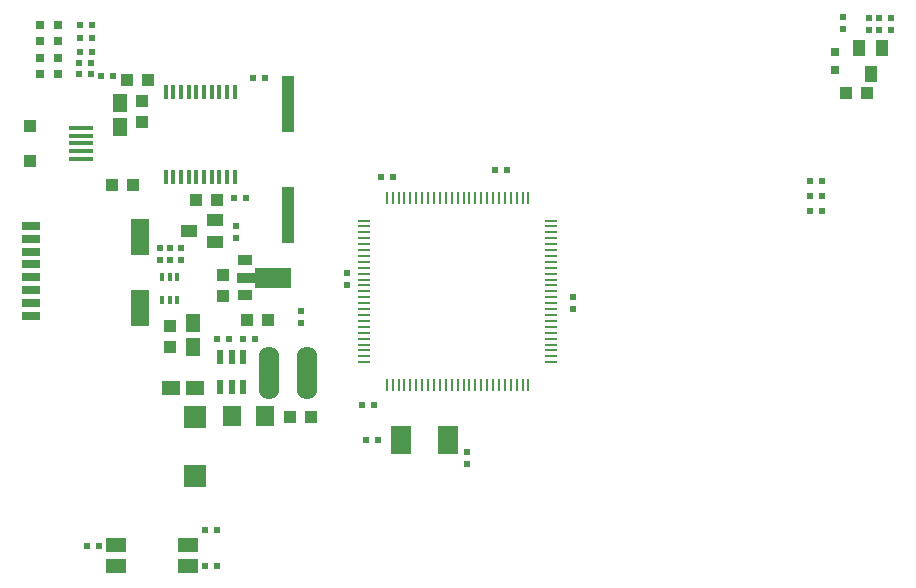
<source format=gbr>
G04 #@! TF.GenerationSoftware,KiCad,Pcbnew,5.1.0-unknown-9bfce26~82~ubuntu18.04.1*
G04 #@! TF.CreationDate,2019-03-14T11:14:55+02:00*
G04 #@! TF.ProjectId,OLIMEXINO-2560_Rev_B,4f4c494d-4558-4494-9e4f-2d323536305f,rev?*
G04 #@! TF.SameCoordinates,Original*
G04 #@! TF.FileFunction,Paste,Top*
G04 #@! TF.FilePolarity,Positive*
%FSLAX46Y46*%
G04 Gerber Fmt 4.6, Leading zero omitted, Abs format (unit mm)*
G04 Created by KiCad (PCBNEW 5.1.0-unknown-9bfce26~82~ubuntu18.04.1) date 2019-03-14 11:14:55*
%MOMM*%
%LPD*%
G04 APERTURE LIST*
%ADD10R,3.114000X1.722000*%
%ADD11R,1.289000X0.889000*%
%ADD12R,1.490900X0.889000*%
%ADD13R,0.980000X0.230000*%
%ADD14R,0.230000X0.980000*%
%ADD15R,2.139000X0.389000*%
%ADD16R,0.989000X1.089000*%
%ADD17R,0.789000X0.789000*%
%ADD18R,0.539000X0.489000*%
%ADD19R,0.489000X0.539000*%
%ADD20O,1.739000X4.489000*%
%ADD21R,1.005000X1.005000*%
%ADD22R,1.778000X1.270000*%
%ADD23R,1.513000X1.767000*%
%ADD24R,0.589000X0.589000*%
%ADD25R,1.989000X1.889000*%
%ADD26R,1.259000X1.513000*%
%ADD27R,1.513000X1.259000*%
%ADD28R,0.989000X1.389000*%
%ADD29R,1.389000X0.989000*%
%ADD30R,1.489000X3.089000*%
%ADD31R,1.489000X0.789000*%
%ADD32R,1.787320X2.386760*%
%ADD33R,0.539000X1.189000*%
%ADD34R,0.314000X1.259000*%
%ADD35R,1.089000X4.815000*%
%ADD36R,0.319000X0.789000*%
G04 APERTURE END LIST*
D10*
X45759000Y-67881500D03*
D11*
X43371500Y-69381500D03*
D12*
X43471500Y-67881500D03*
D11*
X43371500Y-66381500D03*
D13*
X53463600Y-63037800D03*
X53463600Y-63537800D03*
X53463600Y-64037800D03*
X53463600Y-64537800D03*
X53463600Y-65037800D03*
X53463600Y-65537800D03*
X53463600Y-66037800D03*
X53463600Y-66537800D03*
X53463600Y-67037800D03*
X53463600Y-67537800D03*
X53463600Y-68037800D03*
X53463600Y-68537800D03*
X53463600Y-69037800D03*
X53463600Y-69537800D03*
X53463600Y-70037800D03*
X53463600Y-70537800D03*
X53463600Y-71037800D03*
X53463600Y-71537800D03*
X53463600Y-72037800D03*
X53463600Y-72537800D03*
X53463600Y-73037800D03*
X53463600Y-73537800D03*
X53463600Y-74037800D03*
X53463600Y-74537800D03*
X53463600Y-75037800D03*
D14*
X55363600Y-76937800D03*
X55863600Y-76937800D03*
X56363600Y-76937800D03*
X56863600Y-76937800D03*
X57363600Y-76937800D03*
X57863600Y-76937800D03*
X58363600Y-76937800D03*
X58863600Y-76937800D03*
X59363600Y-76937800D03*
X59863600Y-76937800D03*
X60363600Y-76937800D03*
X60863600Y-76937800D03*
X61363600Y-76937800D03*
X61863600Y-76937800D03*
X62363600Y-76937800D03*
X62863600Y-76937800D03*
X63363600Y-76937800D03*
X63863600Y-76937800D03*
X64363600Y-76937800D03*
X64863600Y-76937800D03*
X65363600Y-76937800D03*
X65863600Y-76937800D03*
X66363600Y-76937800D03*
X66863600Y-76937800D03*
X67363600Y-76937800D03*
D13*
X69263600Y-75037800D03*
X69263600Y-74537800D03*
X69263600Y-74037800D03*
X69263600Y-73537800D03*
X69263600Y-73037800D03*
X69263600Y-72537800D03*
X69263600Y-72037800D03*
X69263600Y-71537800D03*
X69263600Y-71037800D03*
X69263600Y-70537800D03*
X69263600Y-70037800D03*
X69263600Y-69537800D03*
X69263600Y-69037800D03*
X69263600Y-68537800D03*
X69263600Y-68037800D03*
X69263600Y-67537800D03*
X69263600Y-67037800D03*
X69263600Y-66537800D03*
X69263600Y-66037800D03*
X69263600Y-65537800D03*
X69263600Y-65037800D03*
X69263600Y-64537800D03*
X69263600Y-64037800D03*
X69263600Y-63537800D03*
X69263600Y-63037800D03*
D14*
X67363600Y-61137800D03*
X66863600Y-61137800D03*
X66363600Y-61137800D03*
X65863600Y-61137800D03*
X65363600Y-61137800D03*
X64863600Y-61137800D03*
X64363600Y-61137800D03*
X63863600Y-61137800D03*
X63363600Y-61137800D03*
X62863600Y-61137800D03*
X62363600Y-61137800D03*
X61863600Y-61137800D03*
X61363600Y-61137800D03*
X60863600Y-61137800D03*
X60363600Y-61137800D03*
X59863600Y-61137800D03*
X59363600Y-61137800D03*
X58863600Y-61137800D03*
X58363600Y-61137800D03*
X57863600Y-61137800D03*
X57363600Y-61137800D03*
X56863600Y-61137800D03*
X56363600Y-61137800D03*
X55863600Y-61137800D03*
X55363600Y-61137800D03*
D15*
X29440000Y-55215000D03*
X29440000Y-55865000D03*
X29440000Y-56515000D03*
X29440000Y-57165000D03*
X29440000Y-57815000D03*
D16*
X25130000Y-55015000D03*
X25130000Y-58015000D03*
D17*
X93345000Y-48768000D03*
X93345000Y-50292000D03*
X27559001Y-47879000D03*
X26035001Y-47879000D03*
X27559000Y-49276000D03*
X26035000Y-49276000D03*
X27559000Y-50673000D03*
X26035000Y-50673000D03*
X27559001Y-46482000D03*
X26035001Y-46482000D03*
D18*
X93980000Y-45783500D03*
X93980000Y-46799500D03*
D19*
X40957500Y-73088500D03*
X41973500Y-73088500D03*
D18*
X97040700Y-45872400D03*
X97040700Y-46888400D03*
X98044000Y-46875700D03*
X98044000Y-45859700D03*
X42621200Y-64490600D03*
X42621200Y-63474600D03*
D19*
X92202000Y-59690000D03*
X91186000Y-59690000D03*
X92202000Y-60960000D03*
X91186000Y-60960000D03*
X92202000Y-62217300D03*
X91186000Y-62217300D03*
X41021000Y-89255600D03*
X40005000Y-89255600D03*
X30365700Y-46482000D03*
X29349700Y-46482000D03*
X30365700Y-47548800D03*
X29349700Y-47548800D03*
X40005000Y-92303600D03*
X41021000Y-92303600D03*
X32156400Y-50838100D03*
X31140400Y-50838100D03*
X30353000Y-50673000D03*
X29337000Y-50673000D03*
X30340300Y-49669700D03*
X29324300Y-49669700D03*
X29349700Y-48755300D03*
X30365700Y-48755300D03*
D18*
X37934900Y-65405000D03*
X37934900Y-66421000D03*
X37045900Y-65405000D03*
X37045900Y-66421000D03*
X36156900Y-65405000D03*
X36156900Y-66421000D03*
X48133000Y-70739000D03*
X48133000Y-71755000D03*
D20*
X48615000Y-75946000D03*
X45365000Y-75946000D03*
D18*
X96151700Y-45872400D03*
X96151700Y-46888400D03*
D21*
X37020500Y-71945500D03*
X37020500Y-73723500D03*
D22*
X32477000Y-90551000D03*
X38573000Y-90551000D03*
X38573000Y-92329000D03*
X32477000Y-92329000D03*
D19*
X43180000Y-73088500D03*
X44196000Y-73088500D03*
D21*
X34671000Y-52895500D03*
X34671000Y-54673500D03*
D23*
X45085000Y-79629000D03*
X42291000Y-79629000D03*
D21*
X41021000Y-61277500D03*
X39243000Y-61277500D03*
X47180500Y-79692500D03*
X48958500Y-79692500D03*
X41478200Y-67614800D03*
X41478200Y-69392800D03*
X35115500Y-51117500D03*
X33337500Y-51117500D03*
X32118300Y-60071000D03*
X33896300Y-60071000D03*
D19*
X53644800Y-81661000D03*
X54660800Y-81661000D03*
D24*
X42426000Y-61137800D03*
X43426000Y-61137800D03*
X44026200Y-51003200D03*
X45026200Y-51003200D03*
D18*
X62179200Y-83642200D03*
X62179200Y-82626200D03*
D19*
X29972000Y-90614500D03*
X30988000Y-90614500D03*
D25*
X39116000Y-84669000D03*
X39116000Y-79669000D03*
D26*
X32766000Y-55118000D03*
X32766000Y-53086000D03*
X38989000Y-71691499D03*
X38989000Y-73723499D03*
D27*
X39116000Y-77216000D03*
X37084000Y-77216000D03*
D28*
X97276920Y-48399700D03*
X95374460Y-48399700D03*
X96329500Y-50609500D03*
D29*
X40794940Y-64894460D03*
X40794940Y-62992000D03*
X38585140Y-63947040D03*
D30*
X34460000Y-70460000D03*
X34460000Y-64400000D03*
D31*
X25210000Y-63460000D03*
X25210000Y-64560000D03*
X25210000Y-65660000D03*
X25210000Y-66760000D03*
X25210000Y-67860000D03*
X25210000Y-68960000D03*
X25210000Y-70060000D03*
X25210000Y-71160000D03*
D32*
X60545980Y-81661000D03*
X56548020Y-81661000D03*
D21*
X43561000Y-71437500D03*
X45339000Y-71437500D03*
D33*
X43177500Y-77152499D03*
X42227500Y-77152499D03*
X41277500Y-77152499D03*
X41277500Y-74552299D03*
X42227500Y-74552299D03*
X43177500Y-74552299D03*
D34*
X36635500Y-59372500D03*
X37285500Y-59372500D03*
X37935500Y-59372500D03*
X38585500Y-59372500D03*
X39235500Y-59372500D03*
X39885500Y-59372500D03*
X40535500Y-59372500D03*
X41185500Y-59372500D03*
X41835500Y-59372500D03*
X42485500Y-59372500D03*
X42485500Y-52133500D03*
X41835500Y-52133500D03*
X41185500Y-52133500D03*
X40535500Y-52133500D03*
X39885500Y-52133500D03*
X39235500Y-52133500D03*
X38585500Y-52133500D03*
X37935500Y-52133500D03*
X37285500Y-52133500D03*
X36635500Y-52133500D03*
D35*
X46990000Y-62547500D03*
X46990000Y-53149500D03*
D19*
X65506600Y-58724800D03*
X64490600Y-58724800D03*
D18*
X71158100Y-70561200D03*
X71158100Y-69545200D03*
D19*
X54889400Y-59385200D03*
X55905400Y-59385200D03*
X54292500Y-78689200D03*
X53276500Y-78689200D03*
D18*
X52019200Y-67513200D03*
X52019200Y-68529200D03*
D21*
X94234000Y-52260500D03*
X96012000Y-52260500D03*
D36*
X37619700Y-69783200D03*
X36969700Y-69783200D03*
X36319700Y-69783200D03*
X36319700Y-67783200D03*
X36969700Y-67783200D03*
X37619700Y-67783200D03*
M02*

</source>
